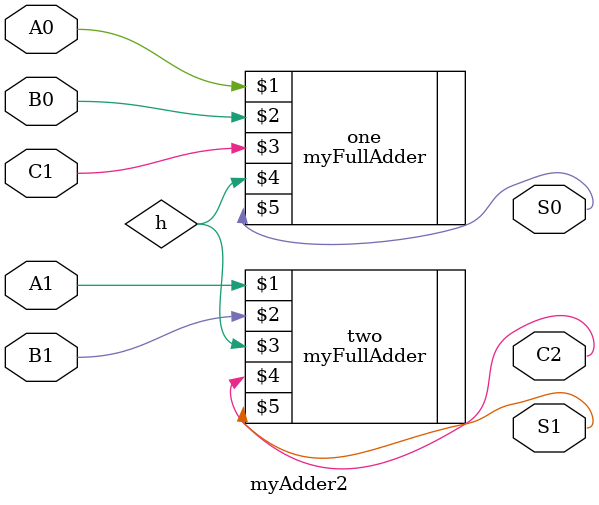
<source format=v>
module myAdder2(A1, A0, B1, B0, C1, C2, S1, S0);
    input A1, A0, B1, B0, C1;
    output C2, S1, S0;
    wire h; 
    
    myFullAdder one(A0, B0, C1, h, S0);
    myFullAdder two(A1, B1, h, C2, S1);
 
endmodule

</source>
